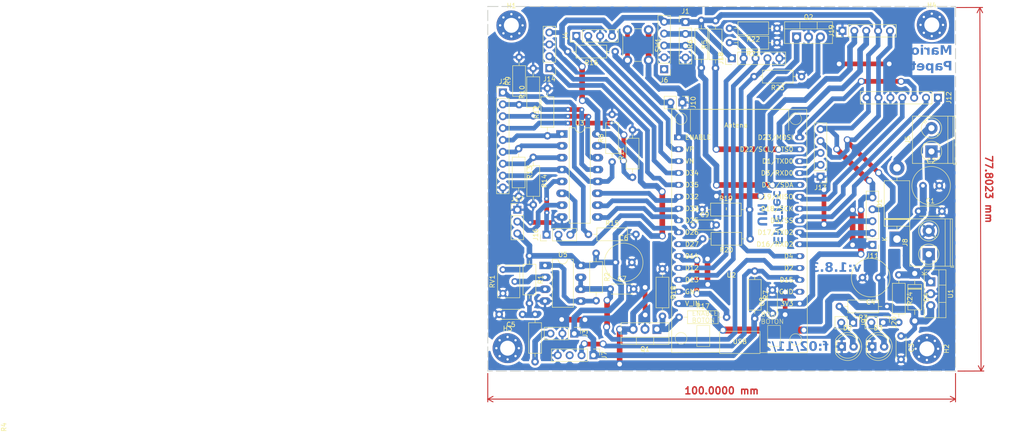
<source format=kicad_pcb>
(kicad_pcb (version 20240108) (generator "pcbnew") (generator_version "8.0")
  (title_block (title "Main Board EME (Estación Meteorológica Estática)") (date "2024-06-17") (rev "1.0") (company "ETec UM (Escuela Técnica de la Universidad de Mendoza).") (comment 1 "Se deja espacio apra agregar disipador al regulador líneal LM7805.") (comment 2 "Se utiliza un ESP32 DOIT DEVKITv1 para dicho proyecto.") (comment 3 "Considerar el layer superior cómo conexión de puentes entre pistas del Bottom.") (comment 4 "Importante considerar pulsador NA con puente interno para el circuito."))
  (layers (0 "F.Cu" signal) (31 "B.Cu" signal) (34 "B.Paste" user) (35 "F.Paste" user) (36 "B.SilkS" user "B.Silkscreen") (37 "F.SilkS" user "F.Silkscreen") (38 "B.Mask" user) (39 "F.Mask" user) (44 "Edge.Cuts" user))
  (net 0 "")
  (net 1 "+BATT")
  (net 2 "GNDREF")
  (net 3 "+5V")
  (net 4 "Net-(U5A-+)")
  (net 5 "+3.3V")
  (net 6 "D_hall")
  (net 7 "Net-(D1-A)")
  (net 8 "Net-(D2-A)")
  (net 9 "SCL")
  (net 10 "Net-(J2-Pin_1)")
  (net 11 "Net-(J2-Pin_2)")
  (net 12 "Net-(J2-Pin_3)")
  (net 13 "Net-(J2-Pin_4)")
  (net 14 "Net-(J2-Pin_5)")
  (net 15 "Net-(J2-Pin_6)")
  (net 16 "Net-(J2-Pin_7)")
  (net 17 "Net-(J2-Pin_8)")
  (net 18 "Net-(J3-Pin_3)")
  (net 19 "ADDR")
  (net 20 "DHT22")
  (net 22 "Net-(J9-Pin_1)")
  (net 23 "GND_G1")
  (net 24 "Rest")
  (net 25 "Net-(D3-A)")
  (net 26 "GND_G2")
  (net 27 "RX2")
  (net 28 "Net-(U5B-+)")
  (net 29 "Net-(U5A--)")
  (net 30 "KY-004_An")
  (net 31 "KY-004_Dg")
  (net 32 "MQ135_An")
  (net 33 "MQ135_Dg")
  (net 34 "SDA")
  (net 35 "TX2")
  (net 36 "SS")
  (net 37 "SCK")
  (net 38 "MOSI")
  (net 39 "MISO")
  (net 40 "RX0")
  (net 41 "TX0")
  (net 42 "Net-(J16-Pin_1)")
  (net 43 "Y")
  (net 44 "Net-(J16-Pin_3)")
  (net 45 "Net-(J17-Pin_2)")
  (net 46 "GPIO13")
  (net 47 "GPIO12")
  (net 48 "GPIO4")
  (net 49 "Net-(J20-Pin_1)")
  (net 50 "Net-(Q1-G)")
  (net 51 "Net-(Q2-G)")
  (net 52 "G1")
  (net 53 "G2")
  (net 54 "S0")
  (net 55 "S1")
  (net 56 "S2")
  (footprint "Connector_PinHeader_2.54mm:PinHeader_1x03_P2.54mm_Vertical" (layer "F.Cu") (at 51.14 90.47 -90)
    (property "Reference" "J3")
    (property "Value" "SS41")
  )
  (footprint "Librerias:ESP32-DevKit_V1" (layer "F.Cu") (at 73.469 48.485)
    (property "Reference" "U2")
    (property "Value" "~")
  )
  (footprint "Connector_PinHeader_2.54mm:PinHeader_1x03_P2.54mm_Vertical" (layer "F.Cu") (at 38.97 63.97)
    (property "Reference" "J17")
    (property "Value" "OE")
  )
  (footprint "Capacitor_THT:C_Disc_D4.3mm_W1.9mm_P5.00mm" (layer "F.Cu") (at 93.495 86.16 90)
    (property "Reference" "C8")
    (property "Value" "104")
  )
  (footprint "Package_DIP:DIP-16_W7.62mm_LongPads" (layer "F.Cu") (at 48.5 47.755)
    (property "Reference" "U3")
    (property "Value" "74HC251")
  )
  (footprint "Connector_PinHeader_2.54mm:PinHeader_1x05_P2.54mm_Vertical" (layer "F.Cu") (at 108.475 25.68 90)
    (property "Reference" "J19")
    (property "Value" "I2C")
  )
  (footprint "Connector_PinHeader_2.54mm:PinHeader_1x09_P2.54mm_Vertical" (layer "F.Cu") (at 35.875 38.885)
    (property "Reference" "J2")
    (property "Value" "ReedSwitchX8")
  )
  (footprint "TerminalBlock_Phoenix:TerminalBlock_Phoenix_PT-1,5-2-5.0-H_1x02_P5.00mm_Horizontal" (layer "F.Cu") (at 127.5 51.5 90)
    (property "Reference" "J5")
    (property "Value" "PanelSolar")
  )
  (footprint "Connector_PinHeader_2.54mm:PinHeader_1x04_P2.54mm_Vertical" (layer "F.Cu") (at 55.235 95.11 -90)
    (property "Reference" "J7")
    (property "Value" "DHT22")
  )
  (footprint "Connector_PinHeader_2.54mm:PinHeader_1x03_P2.54mm_Vertical" (layer "F.Cu") (at 45.22 69.31 90)
    (property "Reference" "J16")
    (property "Value" "OUT")
  )
  (footprint "Resistor_THT:R_Axial_DIN0207_L6.3mm_D2.5mm_P10.16mm_Horizontal" (layer "F.Cu") (at 42.375 52.755 -90)
    (property "Reference" "R14")
    (property "Value" "10k")
  )
  (footprint "Capacitor_THT:C_Disc_D4.3mm_W1.9mm_P5.00mm" (layer "F.Cu") (at 121 91 -90)
    (property "Reference" "C3")
    (property "Value" "104")
  )
  (footprint "Resistor_THT:R_Axial_DIN0207_L6.3mm_D2.5mm_P10.16mm_Horizontal" (layer "F.Cu") (at 54.17 69.235)
    (property "Reference" "R15")
    (property "Value" "10k")
  )
  (footprint "LED_THT:LED_D5.0mm_Clear" (layer "F.Cu") (at 114.84 93.25)
    (property "Reference" "D3")
    (property "Value" "LED")
  )
  (footprint "Connector_PinHeader_2.54mm:PinHeader_1x05_P2.54mm_Vertical" (layer "F.Cu") (at 114.88 71.5 180)
    (property "Reference" "J11")
    (property "Value" "UART2")
  )
  (footprint "Resistor_THT:R_Axial_DIN0207_L6.3mm_D2.5mm_P10.16mm_Horizontal" (layer "F.Cu") (at 69.99 76.61 -90)
    (property "Reference" "R18")
    (property "Value" "4k7")
  )
  (footprint "Connector_PinHeader_2.54mm:PinHeader_1x05_P2.54mm_Vertical" (layer "F.Cu") (at 103.79 56.89 180)
    (property "Reference" "J13")
    (property "Value" "UART0")
  )
  (footprint "Connector_PinHeader_2.54mm:PinHeader_1x04_P2.54mm_Vertical" (layer "F.Cu") (at 51.59 26.77 90)
    (property "Reference" "J4")
    (property "Value" "Hoja Mojada")
  )
  (footprint "Diode_THT:D_DO-41_SOD81_P10.16mm_Horizontal" (layer "F.Cu") (at 123.92 77.61 -90)
    (property "Reference" "D4")
    (property "Value" "1N4007")
  )
  (footprint "Connector_PinHeader_2.54mm:PinHeader_1x04_P2.54mm_Vertical" (layer "F.Cu") (at 74.91 23.805)
    (property "Reference" "J1")
    (property "Value" "BMP180")
  )
  (footprint "Connector_PinHeader_2.54mm:PinHeader_1x05_P2.54mm_Vertical" (layer "F.Cu") (at 84.82 31.56 90)
    (property "Reference" "J18")
    (property "Value" "GPIO's")
  )
  (footprint "MountingHole:MountingHole_3.2mm_M3_Pad_Via" (layer "F.Cu") (at 127.567056 24.412944)
    (property "Reference" "H4")
    (property "Value" "Sujeción")
  )
  (footprint "Resistor_THT:R_Axial_DIN0207_L6.3mm_D2.5mm_P10.16mm_Horizontal" (layer "F.Cu") (at 78.3 33.6 90)
    (property "Reference" "R6")
    (property "Value" "10k")
  )
  (footprint "Capacitor_THT:C_Radial_D8.0mm_H11.5mm_P3.50mm" (layer "F.Cu") (at 59.96 75.24)
    (property "Reference" "C6")
    (property "Value" "220uF")
  )
  (footprint "Resistor_THT:R_Axial_DIN0207_L6.3mm_D2.5mm_P10.16mm_Horizontal" (layer "F.Cu") (at 89.72 77.105 -90)
    (property "Reference" "R7")
    (property "Value" "5k1")
  )
  (footprint "Resistor_THT:R_Axial_DIN0207_L6.3mm_D2.5mm_P10.16mm_Horizontal" (layer "F.Cu") (at 94.49 25.14 180)
    (property "Reference" "R22")
    (property "Value" "4k7")
  )
  (footprint "Capacitor_THT:C_Radial_D8.0mm_H11.5mm_P3.50mm" (layer "F.Cu") (at 125.68 58.83)
    (property "Reference" "C2")
    (property "Value" "220uF")
  )
  (footprint "MountingHole:MountingHole_3.2mm_M3_Pad_Via" (layer "F.Cu") (at 126.52 93.735 -90)
    (property "Reference" "H2")
    (property "Value" "Sujeción")
  )
  (footprint "Resistor_THT:R_Axial_DIN0207_L6.3mm_D2.5mm_P10.16mm_Horizontal" (layer "F.Cu") (at 117.97 84.67 180)
    (property "Reference" "R3")
    (property "Value" "1k")
  )
  (footprint "Package_TO_SOT_THT:TO-220-3_Vertical" (layer "F.Cu") (at 127.32 79.41 -90)
    (property "Reference" "U1")
    (property "Value" "LM78M05_TO220")
  )
  (footprint "Resistor_THT:R_Axial_DIN0207_L6.3mm_D2.5mm_P10.16mm_Horizontal" (layer "F.Cu") (at 39.35 41.49 90)
    (property "Reference" "R9")
    (property "Value" "10k")
  )
  (footprint "Package_TO_SOT_THT:TO-220-3_Vertical" (layer "F.Cu") (at 98.68 27.02)
    (property "Reference" "Q2")
    (property "Value" "IRF540N")
  )
  (footprint "Resistor_THT:R_Axial_DIN0207_L6.3mm_D2.5mm_P10.16mm_Horizontal" (layer "F.Cu") (at 45.4 48.15 90)
    (property "Reference" "R12")
    (property "Value" "10k")
  )
  (footprint "Capacitor_THT:C_Disc_D4.3mm_W1.9mm_P5.00mm" (layer "F.Cu") (at 124.74 64.29)
    (property "Reference" "C1")
    (property "Value" "104")
  )
  (footprint "Resistor_THT:R_Axial_DIN0207_L6.3mm_D2.5mm_P10.16mm_Horizontal" (layer "F.Cu") (at 88.74 70.2 180)
    (property "Reference" "R20")
    (property "Value" "1k")
  )
  (footprint "Diode_THT:D_DO-201AD_P15.24mm_Horizontal" (layer "F.Cu") (at 120.12 70.25 90)
    (property "Reference" "D1")
    (property "Value" "1N5400")
  )
  (footprint "Resistor_THT:R_Axial_DIN0207_L6.3mm_D2.5mm_P10.16mm_Horizontal" (layer "F.Cu") (at 59.89 30.12 180)
    (property "Reference" "R16")
    (property "Value" "10k")
  )
  (footprint "Resistor_THT:R_Axial_DIN0207_L6.3mm_D2.5mm_P10.16mm_Horizontal" (layer "F.Cu") (at 120.52 77.91 -90)
    (property "Reference" "R24")
    (property "Value" "1k")
  )
  (footprint "Resistor_THT:R_Axial_DIN0207_L6.3mm_D2.5mm_P10.16mm_Horizontal" (layer "F.Cu") (at 59.23 53.74 90)
    (property "Reference" "R8")
    (property "Value" "10k")
  )
  (footprint "TerminalBlock_Phoenix:TerminalBlock_Phoenix_PT-1,5-2-5.0-H_1x02_P5.00mm_Horizontal" (layer "F.Cu") (at 126.92 73.49 90)
    (property "Reference" "J8")
    (property "Value" "Baterias")
  )
  (footprint "Capacitor_THT:C_Disc_D4.3mm_W1.9mm_P5.00mm" (layer "F.Cu") (at 40.09 86.36 180)
    (property "Reference" "C5")
    (property "Value" "104")
  )
  (footprint "Resistor_THT:R_Axial_DIN0207_L6.3mm_D2.5mm_P10.16mm_Horizontal" (layer "F.Cu") (at 63.59 57.03 90)
    (property "Reference" "R11")
    (property "Value" "10k")
  )
  (footprint "Resistor_THT:R_Axial_DIN0207_L6.3mm_D2.5mm_P10.16mm_Horizontal" (layer "F.Cu") (at 42.36 43.88 90)
    (property "Reference" "R10")
    (property "Value" "10k")
  )
  (footprint "MountingHole:MountingHole_3.2mm_M3_Pad_Via" (layer "F.Cu") (at 37.695 24.51)
    (property "Reference" "H1")
    (property "Value" "Sujeción")
  )
  (footprint "Resistor_THT:R_Axial_DIN0207_L6.3mm_D2.5mm_P10.16mm_Horizontal" (layer "F.Cu") (at 39.25 50.91 -90)
    (property "Reference" "R13")
    (property "Value" "10k")
  )
  (footprint "Button_Switch_THT:SW_PUSH_6mm_H8mm" (layer "F.Cu") (at 67.02 25.48 -90)
    (property "Reference" "SW1")
    (property "Value" "Enable")
  )
  (footprint "Capacitor_THT:C_Disc_D4.3mm_W1.9mm_P5.00mm" (layer "F.Cu") (at 58.83 80.95)
    (property "Reference" "C7")
    (property "Value" "104")
  )
  (footprint "Capacitor_THT:C_Radial_D8.0mm_H11.5mm_P3.50mm" (layer "F.Cu") (at 116.25 78.5 180)
    (property "Reference" "C4")
    (property "Value" "220uF")
  )
  (footprint "Package_DIP:DIP-8_W7.62mm_LongPads" (layer "F.Cu") (at 44.89 75.9)
    (property "Reference" "U5")
    (property "Value" "TL082")
  )
  (footprint "Package_TO_SOT_THT:TO-220-3_Vertical" (layer "F.Cu") (at 68.806 89.535 180)
    (property "Reference" "Q1")
    (property "Value" "IRF540N")
  )
  (footprint "Resistor_THT:R_Axial_DIN0207_L6.3mm_D2.5mm_P10.16mm_Horizontal" (layer "F.Cu") (at 41.56 73.84 -90)
    (property "Reference" "R1")
    (property "Value" "1k")
  )
  (footprint "Connector_PinHeader_2.54mm:PinHeader_1x05_P2.54mm_Vertical" (layer "F.Cu") (at 70.36 33.9 180)
    (property "Reference" "J6")
    (property "Value" "BH1750")
  )
  (footprint "Potentiometer_THT:Potentiometer_Bourns_3266W_Vertical" (layer "F.Cu") (at 35.89 76.79 90)
    (property "Reference" "RV1")
    (property "Value" "100k")
  )
  (footprint "Connector_PinHeader_2.54mm:PinHeader_1x02_P2.54mm_Vertical" (layer "F.Cu") (at 110.75 88.16 -90)
    (property "Reference" "J9")
    (property "Value" "Jumper")
  )
  (footprint "Connector_PinHeader_2.54mm:PinHeader_1x02_P2.54mm_Vertical" (layer "F.Cu") (at 117.18 88.11 -90)
    (property "Reference" "J20")
    (property "Value" "Jumper")
  )
  (footprint "Capacitor_THT:C_Disc_D4.3mm_W1.9mm_P5.00mm" (layer "F.Cu") (at 76.5 67.23)
    (property "Reference" "C9")
    (property "Value" "104")
  )
  (footprint "Resistor_THT:R_Axial_DIN0207_L6.3mm_D2.5mm_P10.16mm_Horizontal" (layer "F.Cu") (at 99.73 35.48 180)
    (property "Reference" "R23")
    (property "Value" "4k7")
  )
  (footprint "Resistor_THT:R_Axial_DIN0207_L6.3mm_D2.5mm_P10.16mm_Horizontal" (layer "F.Cu") (at 73.546 86.975)
    (property "Reference" "R17")
    (property "Value" "1k")
  )
  (footprint "LED_THT:LED_D5.0mm_Clear" (layer "F.Cu") (at 108.31 93.25)
    (property "Reference" "D2")
    (property "Value" "LED")
  )
  (footprint "Connector_PinHeader_2.54mm:PinHeader_1x02_P2.54mm_Vertical" (layer "F.Cu") (at 74.24 41.02 -90)
    (property "Reference" "J10")
    (property "Value" "Reset")
  )
  (footprint "Resistor_THT:R_Axial_DIN0207_L6.3mm_D2.5mm_P10.16mm_Horizontal" (layer "F.Cu") (at 42.76 86.34 -90)
    (property "Reference" "R4")
    (property "Value" "100")
  )
  (footprint "Resistor_THT:R_Axial_DIN0207_L6.3mm_D2.5mm_P10.16mm_Horizontal" (layer "F.Cu") (at 78.47 63.94)
    (property "Reference" "R19")
    (property "Value" "4k7")
  )
  (footprint "Resistor_THT:R_Axial_DIN0207_L6.3mm_D2.5mm_P10.16mm_Horizontal" (layer "F.Cu") (at 55.81 73.285 -90)
    (property "Reference" "R2")
    (property "Value" "10k")
  )
  (footprint "Resistor_THT:R_Axial_DIN0207_L6.3mm_D2.5mm_P10.16mm_Horizontal" (layer "F.Cu") (at 94.49 28.215 180)
    (property "Reference" "R21")
    (property "Value" "4k7")
  )
  (footprint "MountingHole:MountingHole_3.2mm_M3_Pad_Via" (layer "F.Cu") (at 36.89 93.6)
    (property "Reference" "H3")
    (property "Value" "Sujeción")
  )
  (footprint "Connector_PinHeader_2.54mm:PinHeader_1x07_P2.54mm_Vertical" (layer "F.Cu") (at 128.88 40 -90)
    (property "Reference" "J12")
    (property "Value" "SPI_CONN")
  )
  (footprint "Connector_PinHeader_2.54mm:PinHeader_1x04_P2.54mm_Vertical" (layer "F.Cu") (at 45.82 33.67 180)
    (property "Reference" "J14")
    (property "Value" "MQ135")
  )
  (footprint "Resistor_THT:R_Axial_DIN0207_L6.3mm_D2.5mm_P10.16mm_Horizontal" (layer "F.Cu") (at 81.34 33.67 90)
    (property "Reference" "R5")
    (property "Value" "10k")
  )
  (gr_rect (start 32.645538 20.472786) (end 132.645538 98.502786) (stroke (width 0.2) (type dash)) (fill none) (layer "Edge.Cuts"))
  (gr_text "Mario \nPapetti\n" (at 132 34.5 0) (layer "B.Cu") (effects (font (size 2 2) (thickness 0.2) (bold yes)) (justify left bottom mirror)))
  (gr_text "EMETec \n    UM\n" (at 90 71.5 -90) (layer "B.Cu") (effects (font (size 2 2) (thickness 0.2) (bold yes)) (justify left bottom mirror)))
  (gr_text "f:02/11/24" (at 105.5 94.5 0) (layer "B.Cu") (effects (font (size 2 2) (thickness 0.2) (bold yes)) (justify left bottom mirror)))
  (gr_text "v:1.8.3" (at 112.535948 77.597769 0) (layer "B.Cu") (effects (font (size 2 2) (thickness 0.2) (bold yes)) (justify left bottom mirror)))
  (dimension (type aligned) (layer "F.Cu") (pts (xy 132.645538 98.502786) (xy 132.378315 20.700967)) (height 5.460091) (gr_text "77,8023 mm" (at 139.771974 59.576941 -89.80320837) (layer "F.Cu") (effects (font (size 1.5 1.5) (thickness 0.3)))) (format (prefix "") (suffix "") (units 3) (units_format 1) (precision 4)) (style (thickness 0.2) (arrow_length 1.27) (text_position_mode 0) (extension_height 0.58642) (extension_offset 0.5) keep_text_aligned))
  (dimension (type aligned) (layer "F.Cu") (pts (xy 132.645538 98.502786) (xy 32.645538 98.502786)) (height -5.997214) (gr_text "100,0000 mm" (at 82.645538 102.7 0) (layer "F.Cu") (effects (font (size 1.5 1.5) (thickness 0.3)))) (format (prefix "") (suffix "") (units 3) (units_format 1) (precision 4)) (style (thickness 0.2) (arrow_length 1.27) (text_position_mode 0) (extension_height 0.58642) (extension_offset 0.5) keep_text_aligned))
  (segment (start 125.52 77.61) (end 127.32 79.41) (width 1.5) (layer "B.Cu") (net 1))
  (segment (start 122.12 73.79) (end 122.12 75.81) (width 1.5) (layer "B.Cu") (net 1))
  (segment (start 125.745 63.965) (end 125.62 64.09) (width 1.5) (layer "B.Cu") (net 1))
  (segment (start 125.62 64.09) (end 125.62 64.75) (width 1.5) (layer "B.Cu") (net 1))
  (segment (start 125.68 58.83) (end 125.745 58.895) (width 1.5) (layer "B.Cu") (net 1))
  (segment (start 126.92 76.21) (end 125.52 77.61) (width 1.5) (layer "B.Cu") (net 1))
  (segment (start 120.52 77.91) (end 123.62 77.91) (width 1.5) (layer "B.Cu") (net 1))
  (segment (start 126.92 73.49) (end 126.92 76.21) (width 1.5) (layer "B.Cu") (net 1))
  (segment (start 125.62 64.75) (end 120.12 70.25) (width 1.5) (layer "B.Cu") (net 1))
  (segment (start 122.12 73.79) (end 122.12 68.25) (width 1.5) (layer "B.Cu") (net 1))
  (segment (start 122.12 68.25) (end 125.62 64.75) (width 1.5) (layer "B.Cu") (net 1))
  (segment (start 125.745 58.895) (end 125.745 63.965) (width 1.5) (layer "B.Cu") (net 1))
  (segment (start 123.92 77.61) (end 125.52 77.61) (width 1.5) (layer "B.Cu") (net 1))
  (segment (start 123.62 77.91) (end 123.92 77.61) (width 1.5) (layer "B.Cu") (net 1))
  (segment (start 122.12 75.81) (end 123.92 77.61) (width 1.5) (layer "B.Cu") (net 1))
  (segment (start 91 61.05) (end 81.54 61.05) (width 1.2) (layer "F.Cu") (net 2))
  (segment (start 96.22 81.62) (end 96.26 81.58) (width 1) (layer "F.Cu") (net 2))
  (segment (start 60.915 96.935) (end 60.84 97.01) (width 1.2) (layer "F.Cu") (net 2))
  (segment (start 67.02 31.98) (end 67.02 25.48) (width 1.2) (layer "F.Cu") (net 2))
  (segment (start 79.62 79.9) (end 79.67 79.95) (width 1.2) (layer "F.Cu") (net 2))
  (segment (start 96.22 86.42) (end 96.22 81.62) (width 1) (layer "F.Cu") (net 2))
  (segment (start 60.84 97.01) (end 60.84 89.57) (width 1.2) (layer "F.Cu") (net 2))
  (segment (start 60.84 89.57) (end 60.86 89.55) (width 1.2) (layer "F.Cu") (net 2))
  (segment (start 79.62 74.5) (end 79.62 79.9) (width 1.2) (layer "F.Cu") (net 2))
  (via (at 60.84 97.01) (size 1.5) (drill 1) (layers "F.Cu" "B.Cu") (net 2))
  (via (at 91 61.05) (size 1.5) (drill 1) (layers "F.Cu" "B.Cu") (net 2))
  (via (at 79.62 74.5) (size 1.5) (drill 1) (layers "F.Cu" "B.Cu") (net 2))
  (via (at 96.22 86.42) (size 1.5) (drill 1) (layers "F.Cu" "B.Cu") (net 2))
  (via (at 96.26 81.58) (size 1.5) (drill 1) (layers "F.Cu" "B.Cu") (net 2))
  (via (at 79.67 79.95) (size 1.5) (drill 1) (layers "F.Cu" "B.Cu") (net 2))
  (via (at 60.86 89.55) (size 1.5) (drill 1) (layers "F.Cu" "B.Cu") (net 2))
  (via (at 81.54 61.05) (size 1.5) (drill 1) (layers "F.Cu" "B.Cu") (net 2))
  (segment (start 103.23 34.75) (end 100.48 37.5) (width 1) (layer "B.Cu") (net 2))
  (segment (start 69.28 38) (end 73.37 38) (width 1.2) (layer "B.Cu") (net 2))
  (segment (start 68.34 81.48) (end 68.365 81.505) (width 1.2) (layer "B.Cu") (net 2))
  (segment (start 63.726 89.535) (end 63.726 86.094) (width 1.2) (layer "B.Cu") (net 2))
  (segment (start 91.19 42.81) (end 90.62 42.81) (width 1) (layer "B.Cu") (net 2))
  (segment (start 63.726 86.094) (end 68.34 81.48) (width 1.2) (layer "B.Cu") (net 2))
  (segment (start 103.23 27.55) (end 103.23 34.75) (width 1) (layer "B.Cu") (net 2))
  (segment (start 60.875 89.535) (end 60.86 89.55) (width 1.2) (layer "B.Cu") (net 2))
  (segment (start 96.5 37.5) (end 91.19 42.81) (width 1) (layer "B.Cu") (net 2))
  (segment (start 68.365 81.505) (end 73.469 81.505) (width 1.2) (layer "B.Cu") (net 2))
  (segment (start 63.726 89.535) (end 60.875 89.535) (width 1.2) (layer "B.Cu") (net 2))
  (segment (start 67.02 31.98) (end 67.02 35.74) (width 1.2) (layer "B.Cu") (net 2))
  (segment (start 73.37 38) (end 74.24 38.87) (width 1.2) (layer "B.Cu") (net 2))
  (segment (start 103.76 27.02) (end 103.23 27.55) (width 1) (layer "B.Cu") (net 2))
  (segment (start 74.24 38.87) (end 74.24 41.02) (width 1.2) (layer "B.Cu") (net 2))
  (segment (start 67.02 35.74) (end 69.28 38) (width 1.2) (layer "B.Cu") (net 2))
  (segment (start 100.48 37.5) (end 96.5 37.5) (width 1) (layer "B.Cu") (net 2))
  (segment (start 100.231 89.725) (end 82.931 89.725) (width 1.5) (layer "F.Cu") (net 3))
  (segment (start 109.5 49.38) (end 116.2 56.08) (width 1) (layer "F.Cu") (net 3))
  (segment (start 109.5 49) (end 109.5 49.38) (width 1) (layer "F.Cu") (net 3))
  (via (at 82.931 89.725) (size 1.5) (drill 1) (layers "F.Cu" "B.Cu") (net 3))
  (via (at 100.231 89.725) (size 1.5) (drill 1) (layers "F.Cu" "B.Cu") (net 3))
  (via (at 116.2 56.08) (size 1.5) (drill 1) (layers "F.Cu" "B.Cu") (net 3))
  (via (at 109.5 49) (size 1.5) (drill 1) (layers "F.Cu" "B.Cu") (net 3))
  (segment (start 116.72 63.88) (end 117.12 64.28) (width 1.2) (layer "B.Cu") (net 3))
  (segment (start 109.5 51.19) (end 107.93 52.76) (width 1) (layer "B.Cu") (net 3))
  (segment (start 73.469 84.045) (end 79.201 84.045) (width 1.5) (layer "B.Cu") (net 3))
  (segment (start 122.355 91) (end 123.92 89.435) (width 1) (layer "B.Cu") (net 3))
  (segment (start 100.231 89.725) (end 104.485 89.725) (width 1.5) (layer "B.Cu") (net 3))
  (segment (start 105.52 83.59) (end 106.4 82.71) (width 1.5) (layer "B.Cu") (net 3))
  (segment (start 119.22 59.2) (end 116.2 56.18) (width 1.2) (layer "B.Cu") (net 3))
  (segment (start 100.206 89.75) (end 100.231 89.725) (width 1.5) (layer "B.Cu") (net 3))
  (segment (start 111.69 84.71) (end 116.845 84.71) (width 1.5) (layer "B.Cu") (net 3))
  (segment (start 123.92 85.89) (end 123.92 87.77) (width 1.5) (layer "B.Cu") (net 3))
  (segment (start 119.22 62.18) (end 119.22 59.2) (width 1.2) (layer "B.Cu") (net 3))
  (segment (start 107.93 52.76) (end 106.21 52.76) (width 1) (layer "B.Cu") (net 3))
  (segment (start 116.1 56.08) (end 116.1 56.08) (width 1.2) (layer "B.Cu") (net 3))
  (segment (start 109.5 49) (end 111.11 49) (width 1) (layer "B.Cu") (net 3))
  (segment (start 116.18 31.54) (end 118.635 29.085) (width 1) (layer "B.Cu") (net 3))
  (segment (start 82.906 89.75) (end 82.931 89.725) (width 1.5) (layer "B.Cu") (net 3))
  (segment (start 116.2 56.08) (end 116.1 56.08) (width 1.2) (layer "B.Cu") (net 3))
  (segment (start 109.69 82.71) (end 111.69 84.71) (width 1.5) (layer "B.Cu") (net 3))
  (segment (start 104.485 89.725) (end 105.52 88.69) (width 1.5) (layer "B.Cu") (net 3))
  (segment (start 117.12 64.28) (end 119.22 62.18) (width 1.2) (layer "B.Cu") (net 3))
  (segment (start 116.845 79.095) (end 116.845 84.71) (width 1.5) (layer "B.Cu") (net 3))
  (segment (start 82.856 89.75) (end 82.906 89.75) (width 1.5) (layer "B.Cu") (net 3))
  (segment (start 116.18 43.93) (end 116.18 31.54) (width 1) (layer "B.Cu") (net 3))
  (segment (start 111.11 49) (end 116.18 43.93) (width 1) (layer "B.Cu") (net 3))
  (segment (start 121 91) (end 122.355 91) (width 1) (layer "B.Cu") (net 3))
  (segment (start 119.445 85.29) (end 118.865 84.71) (width 1.5) (layer "B.Cu") (net 3))
  (segment (start 82.931 89.725) (end 82.956 89.75) (width 1.5) (layer "B.Cu") (net 3))
  (segment (start 117.12 77.63) (end 117.12 64.28) (width 1.2) (layer "B.Cu") (net 3))
  (segment (start 116.25 78.5) (end 116.845 79.095) (width 1.5) (layer "B.Cu") (net 3))
  (segment (start 105.52 88.69) (end 105.52 83.59) (width 1.5) (layer "B.Cu") (net 3))
  (segment (start 109.5 49) (end 109.5 51.19) (width 1) (layer "B.Cu") (net 3))
  (segment (start 106.21 52.76) (end 105.72 52.27) (width 1) (layer "B.Cu") (net 3))
  (segment (start 127.32 86.75) (end 126.3 87.77) (width 1.5) (layer "B.Cu") (net 3))
  (segment (start 105.72 51.2) (end 103.79 49.27) (width 1) (layer "B.Cu") (net 3))
  (segment (start 123.92 87.77) (end 126.3 87.77) (width 1.5) (layer "B.Cu") (net 3))
  (segment (start 116.25 78.5) (end 117.12 77.63) (width 1.2) (layer "B.Cu") (net 3))
  (segment (start 81.381 86.225) (end 81.381 88.275) (width 1.5) (layer "B.Cu") (net 3))
  (segment (start 119.445 85.29) (end 123.32 85.29) (width 1.5) (layer "B.Cu") (net 3))
  (segment (start 114.88 63.88) (end 116.72 63.88) (width 1.2) (layer "B.Cu") (net 3))
  (segment (start 81.381 88.275) (end 82.856 89.75) (width 1.5) (layer "B.Cu") (net 3))
  (segment (start 105.72 52.27) (end 105.72 51.2) (width 1) (layer "B.Cu") (net 3))
  (segment (start 118.635 29.085) (end 118.635 25.68) (width 1) (layer "B.Cu") (net 3))
  (segment (start 127.32 84.49) (end 127.32 86.75) (width 1.5) (layer "B.Cu") (net 3))
  (segment (start 123.92 89.435) (end 123.92 87.77) (width 1) (layer "B.Cu") (net 3))
  (segment (start 116.2 56.18) (end 116.2 56.08) (width 1.2) (layer "B.Cu") (net 3))
  (segment (start 123.32 85.29) (end 123.92 85.89) (width 1.5) (layer "B.Cu") (net 3))
  (segment (start 79.201 84.045) (end 81.381 86.225) (width 1.5) (layer "B.Cu") (net 3))
  (segment (start 106.4 82.71) (end 109.69 82.71) (width 1.5) (layer "B.Cu") (net 3))
  (segment (start 118.865 84.71) (end 116.845 84.71) (width 1.5) (layer "B.Cu") (net 3))
  (segment (start 41.89 86.52) (end 43.23 86.52) (width 1.2) (layer "B.Cu") (net 4))
  (segment (start 44.89 80.98) (end 42.8 80.98) (width 1) (layer "B.Cu") (net 4))
  (segment (start 43.23 86.52) (end 43.545 86.205) (width 1.2) (layer "B.Cu") (net 4))
  (segment (start 41.56 82.22) (end 41.56 84) (width 1) (layer "B.Cu") (net 4))
  (segment (start 41.56 86.19) (end 41.89 86.52) (width 1) (layer "B.Cu") (net 4))
  (segment (start 41.56 84) (end 41.56 86.19) (width 1) (layer "B.Cu") (net 4))
  (segment (start 42.8 80.98) (end 41.56 82.22) (width 1) (layer "B.Cu") (net 4))
  (segment (start 40.78 86.52) (end 41.89 86.52) (width 1.2) (layer "B.Cu") (net 4))
  (segment (start 112.41 73.48) (end 112.41 64.01) (width 1.2) (layer "F.Cu") (net 5))
  (segment (start 114.04 57.76) (end 114.23 57.76) (width 1.2) (layer "F.Cu") (net 5))
  (segment (start 52.82 33.33) (end 52.82 40.53) (width 1.2) (layer "F.Cu") (net 5))
  (segment (start 112.41 64.01) (end 112.43 63.99) (width 1.2) (layer "F.Cu") (net 5))
  (segment (start 52.82 40.53) (end 52.89 40.6) (width 1.2) (layer "F.Cu") (net 5))
  (segment (start 69.96 60.13) (end 69.92 60.09) (width 1.2) (layer "F.Cu") (net 5))
  (segment (start 107.26 50.98) (end 114.04 57.76) (width 1.2) (layer "F.Cu") (net 5))
  (segment (start 69.96 69.58) (end 69.96 60.13) (width 1.2) (layer "F.Cu") (net 5))
  (via (at 52.82 33.33) (size 1.5) (drill 1) (layers "F.Cu" "B.Cu") (net 5))
  (via (at 114.23 57.76) (size 1.5) (drill 1) (layers "F.Cu" "B.Cu") (net 5))
  (via (at 69.96 69.58) (size 1.5) (drill 1) (layers "F.Cu" "B.Cu") (net 5))
  (via (at 69.92 60.09) (size 1.5) (drill 1) (layers "F.Cu" "B.Cu") (net 5))
  (via (at 112.43 63.99) (size 1.5) (drill 1) (layers "F.Cu" "B.Cu") (net 5))
  (via (at 52.89 40.6) (size 1.5) (drill 1) (layers "F.Cu" "B.Cu") (net 5))
  (via (at 107.26 50.98) (size 1.5) (drill 1) (layers "F.Cu" "B.Cu") (net 5))
  (via (at 112.41 73.48) (size 1.5) (drill 1) (layers "F.Cu" "B.Cu") (net 5))
  (segment (start 105.73 46.73) (end 103.79 46.73) (width 1) (layer "B.Cu") (net 5))
  (segment (start 58.845 47.755) (end 56.12 47.755) (width 1.2) (layer "B.Cu") (net 5))
  (segment (start 112.55 73.48) (end 112.58 73.45) (width 1.2) (layer "B.Cu") (net 5))
  (segment (start 74.91 23.805) (end 77.935 23.805) (width 1.2) (layer "B.Cu") (net 5))
  (segment (start 78.3 25.04) (end 78.3 23.44) (width 1.2) (layer "B.Cu") (net 5))
  (segment (start 107.25 50.99) (end 107.25 51.12) (width 1) (layer "B.Cu") (net 5))
  (segment (start 114.88 58.41) (end 114.23 57.76) (width 1.2) (layer "B.Cu") (net 5))
  (segment (start 107.26 50.98) (end 107.26 48.26) (width 1) (layer "B.Cu") (net 5))
  (segment (start 85.12 95.11) (end 55.235 95.11) (width 1.2) (layer "B.Cu") (net 5))
  (segment (start 69.98 69.6) (end 70.01 69.6) (width 1.2) (layer "B.Cu") (net 5))
  (segment (start 82.56 22.29) (end 114.57 22.29) (width 1.2) (layer "B.Cu") (net 5))
  (segment (start 116.095 28.815) (end 116.095 25.68) (width 1) (layer "B.Cu") (net 5))
  (segment (start 61.16 80.09) (end 59.96 78.89) (width 1.2) (layer "B.Cu") (net 5))
  (segment (start 114.88 61.34) (end 114.88 58.41) (width 1.2) (layer "B.Cu") (net 5))
  (segment (start 81.34 23.51) (end 82.56 22.29) (width 1.2) (layer "B.Cu") (net 5))
  (segment (start 67.64 69.6) (end 69.94 69.6) (width 1.2) (layer "B.Cu") (net 5))
  (segment (start 112.41 73.48) (end 112.55 73.48) (width 1.2) (layer "B.Cu") (net 5))
  (segment (start 45.82 26.05) (end 48.35 26.05) (width 1) (layer "B.Cu") (net 5))
  (segment (start 52.51 75.9) (end 55.23 75.9) (width 1.2) (layer "B.Cu") (net 5))
  (segment (start 99.331 84.065) (end 92.29 84.065) (width 1.2) (layer "B.Cu") (net 5))
  (segment (start 48.53 28.92) (end 49.73 30.12) (width 1.2) (layer "B.Cu") (net 5))
  (segment (start 84.82 31.56) (end 78.3 25.04) (width 1.2) (layer "B.Cu") (net 5))
  (segment (start 56.12 42.93) (end 53.76 40.57) (width 1.2) (layer "B.Cu") (net 5))
  (segment (start 116.095 23.815) (end 116.095 25.68) (width 1.2) (layer "B.Cu") (net 5))
  (segment (start 114.88 61.34) (end 113.17 61.34) (width 1.2) (layer "B.Cu") (net 5))
  (segment (start 65.03 66.99) (end 67.64 69.6) (width 1.2) (layer "B.Cu") (net 5))
  (segment (start 41.56 75.87) (end 41.56 73.84) (width 1.2) (layer "B.Cu") (net 5))
  (segment (start 53.76 40.57) (end 52.92 40.57) (width 1.2) (layer "B.Cu") (net 5))
  (segment (start 89.595 86.76) (end 89.595 90.635) (width 1.2) (layer "B.Cu") (net 5))
  (segment (start 104.02 46.5) (end 110.5 46.5) (width 1) (layer "B.Cu") (net 5))
  (segment (start 52.86 40.57) (end 52.81 40.57) (width 1.2) (layer "B.Cu") (net 5))
  (segment (start 69.92 60.09) (end 68.69 58.86) (width 1.2) (layer "B.Cu") (net 5))
  (segment (start 81.27 23.44) (end 81.34 23.51) (width 1.2) (layer "B.Cu") (net 5))
  (segment (start 41.56 73.84) (end 50.45 73.84) (width 1.2) (layer "B.Cu") (net 5))
  (segment (start 103.79 46.73) (end 104.02 46.5) (width 1) (layer "B.Cu") (net 5))
  (segment (start 61.6 22.89) (end 59.21 25.28) (width 1.2) (layer "B.Cu") (net 5))
  (segment (start 41.56 71.64) (end 38.97 69.05) (width 1.2) (layer "B.Cu") (net 5))
  (segment (start 48.53 24.45) (end 48.53 26.23) (width 1.2) (layer "B.Cu") (net 5))
  (segment (start 93.495 86.16) (end 92.29 84.955) (width 1.2) (layer "B.Cu") (net 5))
  (segment (start 55.81 75.32) (end 55.89 75.24) (width 1.2) (layer "B.Cu") (net 5))
  (segment (start 59.21 25.28) (end 59.21 26.77) (width 1.2) (layer "B.Cu") (net 5))
  (segment (start 112.43 62.08) (end 112.43 63.99) (width 1.2) (layer "B.Cu") (net 5))
  (segment (start 54.045 90.47) (end 51.14 90.47) (width 1.2) (layer "B.Cu") (net 5))
  (segment (start 107.26 48.26) (end 105.73 46.73) (width 1) (layer "B.Cu") (net 5))
  (segment (start 56.12 47.755) (end 56.12 42.93) (width 1.2) (layer "B.Cu") (net 5))
  (segment (start 69.96 69.58) (end 69.98 69.6) (width 1.2) (layer "B.Cu") (net 5))
  (segment (start 59.96 75.24) (end 59.96 69.21) (width 1.2) (layer "B.Cu") (net 5))
  (segment (start 65.33 57.95) (end 65.33 54.24) (width 1.2) (layer "B.Cu") (net 5))
  (segment (start 57.37 23.44) (end 57.37 23.47) (width 1.2) (layer "B.Cu") (net 5))
  (segment (start 41.56 73.84) (end 41.56 71.64) (width 1.2) (layer "B.Cu") (net 5))
  (segment (start 35.89 76.79) (end 40.68 76.79) (width 1.2) (layer "B.Cu") (net 5))
  (segment (start 49.73 30.12) (end 49.73 30.24) (width 1.2) (layer "B.Cu") (net 5))
  (segment (start 55.23 75.9) (end 55.81 75.32) (width 1.2) (layer "B.Cu") (net 5))
  (segment (start 51.14 87.02) (end 52.64 85.52) (width 1.2) (layer "B.Cu") (net 5))
  (segment (start 78.3 23.44) (end 81.27 23.44) (width 1.2) (layer "B.Cu") (net 5))
  (segment (start 52.89 40.6) (end 52.86 40.57) (width 1.2) (layer "B.Cu") (net 5))
  (segment (start 110.5 46.5) (end 114.03 42.97) (width 1) (layer "B.Cu") (net 5))
  (segment (start 48.53 26.23) (end 48.53 28.92) (width 1.2) (layer "B.Cu") (net 5))
  (segment (start 69.51 22.89) (end 61.6 22.89) (width 1.2) (layer "B.Cu") (net 5))
  (segment (start 62.18 66.99) (end 65.03 66.99) (width 1.2) (layer "B.Cu") (net 5))
  (segment (start 74.845 23.74) (end 74.91 23.805) (width 1.2) (layer "B.Cu") (net 5))
  (segment (start 107.26 50.98) (end 107.25 50.99) (width 1) (layer "B.Cu") (net 5))
  (segment (start 70.36 23.74) (end 69.51 22.89) (width 1.2) (layer "B.Cu") (net 5))
  (segment (start 89.595 90.635) (end 85.12 95.11) (width 1.2) (layer "B.Cu") (net 5))
  (segment (start 77.935 23.805) (end 78.3 23.44) (width 1.2) (layer "B.Cu") (net 5))
  (segment (start 50.45 73.84) (end 52.51 75.9) (width 1.2) (layer "B.Cu") (net 5))
  (segment (start 55.89 75.24) (end 59.96 75.24) (width 1.2) (layer "B.Cu") (net 5))
  (segment (start 114.03 30.88) (end 116.095 28.815) (width 1) (layer "B.Cu") (net 5))
  (segment (start 102.04 82.23) (end 102.04 75.03) (width 1.2) (layer "B.Cu") (net 5))
  (segment (start 103.59 73.48) (end 112.41 73.48) (width 1.2) (layer "B.Cu") (net 5))
  (segment (start 70.36 23.74) (end 74.845 23.74) (width 1.2) (layer "B.Cu") (net 5))
  (segment (start 48.35 26.05) (end 48.53 26.23) (width 1) (layer "B.Cu") (net 5))
  (segment (start 61.16 83.03) (end 61.16 80.09) (width 1.2) (layer "B.Cu") (net 5))
  (segment (start 55.235 91.66) (end 55.235 95.11) (width 1.2) (layer "B.Cu") (net 5))
  (segment (start 55.81 75.32) (end 55.81 73.285) (width 1.2) (layer "B.Cu") (net 5))
  (segment (start 102.04 75.03) (end 103.59 73.48) (width 1.2) (layer "B.Cu") (net 5))
  (segment (start 68.69 58.86) (end 66.24 58.86) (width 1.2) (layer "B.Cu") (net 5))
  (segment (start 51.14 90.47) (end 51.14 87.02) (width 1.2) (layer "B.Cu") (net 5))
  (segment (start 113.17 61.34) (end 112.43 62.08) (width 1.2) (layer "B.Cu") (net 5))
  (segment (start 57.37 23.44) (end 49.54 23.44) (width 1.2) (layer "B.Cu") (net 5))
  (segment (start 41.58 75.89) (end 41.56 75.87) (width 1.2) (layer "B.Cu") (net 5))
  (segment (start 49.54 23.44) (end 48.53 24.45) (width 1.2) (layer "B.Cu") (net 5))
  (segment (start 92.29 84.065) (end 89.595 86.76) (width 1.2) (layer "B.Cu") (net 5))
  (segment (start 65.33 54.24) (end 58.845 47.755) (width 1.2) (layer "B.Cu") (net 5))
  (segment (start 114.03 42.97) (end 114.03 30.88) (width 1) (layer "B.Cu") (net 5))
  (segment (start 92.29 84.955) (end 92.29 84.065) (width 1.2) (layer "B.Cu") (net 5))
  (segment (start 59.96 69.21) (end 62.18 66.99) (width 1.2) (layer "B.Cu") (net 5))
  (segment (start 58.67 85.52) (end 61.16 83.03) (width 1.2) (layer "B.Cu") (net 5))
  (segment (start 69.94 69.6) (end 69.96 69.58) (width 1.2) (layer "B.Cu") (net 5))
  (segment (start 59.96 78.89) (end 59.96 75.24) (width 1.2) (layer "B.Cu") (net 5))
  (segment (start 40.68 76.79) (end 41.58 75.89) (width 1.2) (layer "B.Cu") (net 5))
  (segment (start 52.64 85.52) (end 58.67 85.52) (width 1.2) (layer "B.Cu") (net 5))
  (segment (start 55.235 91.66) (end 54.045 90.47) (width 1.2) (layer "B.Cu") (net 5))
  (segment (start 52.92 40.57) (end 52.89 40.6) (width 1.2) (layer "B.Cu") (net 5))
  (segment (start 99.331 84.065) (end 100.205 84.065) (width 1.2) (layer "B.Cu") (net 5))
  (segment (start 57.37 23.44) (end 59.21 25.28) (width 1.2) (layer "B.Cu") (net 5))
  (segment (start 114.57 22.29) (end 116.095 23.815) (width 1.2) (layer "B.Cu") (net 5))
  (segment (start 49.73 30.24) (end 52.82 33.33) (width 1.2) (layer "B.Cu") (net 5))
  (segment (start 66.24 58.86) (end 65.33 57.95) (width 1.2) (layer "B.Cu") (net 5))
  (segment (start 100.205 84.065) (end 102.04 82.23) (width 1.2) (layer "B.Cu") (net 5))
  (segment (start 58.16 83.34) (end 58.16 88.96) (width 1.2) (layer "F.Cu") (net 6))
  (segment (start 58.16 88.96) (end 58.06 89.06) (width 1.2) (layer "F.Cu") (net 6))
  (via (at 58.16 83.34) (size 1.5) (drill 1) (layers "F.Cu" "B.Cu") (net 6))
  (via (at 58.06 89.06) (size 1.5) (drill 1) (layers "F.Cu" "B.Cu") (net 6))
  (segment (start 58.16 83.41) (end 58.13 83.44) (width 1.2) (layer "B.Cu") (net 6))
  (segment (start 85.5 77.3) (end 85.5 90.281) (width 1) (layer "B.Cu") (net 6))
  (segment (start 52.57 80.92) (end 52.51 80.98) (width 1.2) (layer "B.Cu") (net 6))
  (segment (start 52.51 79.795) (end 52.51 80.98) (width 1) (layer "B.Cu") (net 6))
  (segment (start 58.83 82.74) (end 58.23 83.34) (width 1.2) (layer "B.Cu") (net 6))
  (segment (start 84.081 91.7) (end 59.28 91.7) (width 1) (layer "B.Cu") (net 6))
  (segment (start 85.5 90.281) (end 84.081 91.7) (width 1) (layer "B.Cu") (net 6))
  (segment (start 93.345 76.385) (end 91.745 74.785) (width 1) (layer "B.Cu") (net 6))
  (segment (start 58.06 90.48) (end 58.06 89.06) (width 1) (layer "B.Cu") (net 6))
  (segment (start 52.51 78.44) (end 52.51 79.795) (width 1) (layer "B.Cu") (net 6))
  (segment (start 59.28 91.7) (end 58.06 90.48) (width 1) (layer "B.Cu") (net 6))
  (segment (start 88.015 74.785) (end 85.5 77.3) (width 1) (layer "B.Cu") (net 6))
  (segment (start 58.68 80.92) (end 52.57 80.92) (width 1.2) (layer "B.Cu") (net 6))
  (segment (start 93.345 76.445) (end 93.345 76.385) (width 0.8) (layer "B.Cu") (net 6))
  (segment (start 91.745 74.785) (end 88.015 74.785) (width 1) (layer "B.Cu") (net 6))
  (segment (start 99.331 76.445) (end 93.345 76.445) (width 1) (layer "B.Cu") (net 6))
  (segment (start 58.16 83.34) (end 58.16 83.41) (width 1.2) (layer "B.Cu") (net 6))
  (segment (start 58.23 83.34) (end 58.16 83.34) (width 1.2) (layer "B.Cu") (net 6))
  (segment (start 58.83 80.95) (end 58.83 82.74) (width 1.2) (layer "B.Cu") (net 6))
  (segment (start 120.12 53.38) (end 120.12 55.01) (width 1.5) (layer "B.Cu") (net 7))
  (segment (start 127 46.5) (end 120.12 53.38) (width 1.5) (layer "B.Cu") (net 7))
  (segment (start 127.5 46.5) (end 127 46.5) (width 1.5) (layer "B.Cu") (net 7))
  (segment (start 108.21 88.16) (end 108.21 89.01) (width 1.2) (layer "B.Cu") (net 8))
  (segment (start 110.6775 91.4775) (end 110.6775 93.4775) (width 1.2) (layer "B.Cu") (net 8))
  (segment (start 108.21 89.01) (end 110.6775 91.4775) (width 1.2) (layer "B.Cu") (net 8))
  (segment (start 94.82 51.045) (end 94.805 51.03) (width 1.2) (layer "F.Cu") (net 9))
  (segment (start 94.805 51.03) (end 81.49 51.03) (width 1.2) (layer "F.Cu") (net 9))
  (via (at 81.49 51.03) (size 1.5) (drill 1) (layers "F.Cu" "B.Cu") (net 9))
  (via (at 94.82 51.045) (size 1.5) (drill 1) (layers "F.Cu" "B.Cu") (net 9))
  (segment (start 94.82 51.045) (end 96.42 51.045) (width 1.2) (layer "B.Cu") (net 9))
  (segment (start 70.425 26.345) (end 70.36 26.28) (width 1.2) (layer "B.Cu") (net 9))
  (segment (start 101.14 42.57) (end 105.72 37.99) (width 1.2) (layer "B.Cu") (net 9))
  (segment (start 74.91 26.345) (end 70.425 26.345) (width 1.2) (layer "B.Cu") (net 9))
  (segment (start 108.51 37.99) (end 112.24 34.26) (width 1.2) (layer "B.Cu") (net 9))
  (segment (start 81.49 51.03) (end 81.49 51.14) (width 1.2) (layer "B.Cu") (net 9))
  (segment (start 81.3 50.95) (end 81.38 51.03) (width 1.2) (layer "B.Cu") (net 9))
  (segment (start 81.3 30.58) (end 81.3 50.95) (width 1.2) (layer "B.Cu") (net 9))
  (segment (start 95 49.625) (end 95 45.54) (width 1.2) (layer "B.Cu") (net 9))
  (segment (start 81.49 51.14) (end 81.43 51.08) (width 1.2) (layer "B.Cu") (net 9))
  (segment (start 95 45.54) (end 97.97 42.57) (width 1.2) (layer "B.Cu") (net 9))
  (segment (start 112.24 29.79) (end 113.555 28.475) (width 1.2) (layer "B.Cu") (net 9))
  (segment (start 77.065 26.345) (end 81.3 30.58) (width 1.2) (layer "B.Cu") (net 9))
  (segment (start 97.97 42.57) (end 101.14 42.57) (width 1.2) (layer "B.Cu") (net 9))
  (segment (start 74.91 26.345) (end 77.065 26.345) (width 1.2) (layer "B.Cu") (net 9))
  (segment (start 112.24 34.26) (end 112.24 29.79) (width 1.2) (layer "B.Cu") (net 9))
  (segment (start 105.72 37.99) (end 108.51 37.99) (width 1.2) (layer "B.Cu") (net 9))
  (segment (start 113.555 28.475) (end 113.555 25.68) (width 1.2) (layer "B.Cu") (net 9))
  (segment (start 96.42 51.045) (end 99.331 51.045) (width 1.2) (layer "B.Cu") (net 9))
  (segment (start 96.42 51.045) (end 95 49.625) (width 1.2) (layer "B.Cu") (net 9))
  (segment (start 81.38 51.03) (end 81.49 51.03) (width 1.2) (layer "B.Cu") (net 9))
  (segment (start 41.16 39.76) (end 37.18 39.76) (width 1) (layer "B.Cu") (net 10))
  (segment (start 58.305 57.915) (end 59.23 56.99) (width 1) (layer "B.Cu") (net 10))
  (segment (start 45.32 40.94) (end 50.24 40.94) (width 1) (layer "B.Cu") (net 10))
  (segment (start 56.12 57.915) (end 58.305 57.915) (width 1) (layer "B.Cu") (net 10))
  (segment (start 41.508679 39.76) (end 41.16 39.76) (width 1) (layer "B.Cu") (net 10))
  (segment (start 44.14 39.76) (end 45.32 40.94) (width 1) (layer "B.Cu") (net 10))
  (segment (start 59.23 56.99) (end 59.23 53.74) (width 1) (layer "B.Cu") (net 10))
  (segment (start 50.24 40.94) (end 51.15 41.85) (width 1) (layer "B.Cu") (net 10))
  (segment (start 51.15 54.81) (end 54.255 57.915) (width 1) (layer "B.Cu") (net 10))
  (segment (start 37.18 39.76) (end 36.325 38.905) (width 1) (layer "B.Cu") (net 10))
  (segment (start 41.16 39.76) (end 44.14 39.76) (width 1) (layer "B.Cu") (net 10))
  (segment (start 51.15 41.85) (end 51.15 54.81) (width 1) (layer "B.Cu") (net 10))
  (segment (start 54.255 57.915) (end 56.12 57.915) (width 1) (layer "B.Cu") (net 10))
  (segment (start 52.74767 42.6) (end 52.67767 42.53) (width 1) (layer "F.Cu") (net 11))
  (segment (start 52.67767 42.53) (end 49.77 42.53) (width 1) (layer "F.Cu") (net 11))
  (via (at 52.77 42.59) (size 1) (drill 0.5) (layers "F.Cu" "B.Cu") (net 11))
  (via (at 49.77 42.51) (size 1) (drill 0.5) (layers "F.Cu" "B.Cu") (net 11))
  (segment (start 52.74767 42.6) (end 52.75767 42.59) (width 1) (layer "B.Cu") (net 11))
  (segment (start 52.725 54.18) (end 53.92 55.375) (width 1) (layer "B.Cu") (net 11))
  (segment (start 53.92 55.375) (end 56.12 55.375) (width 1) (layer "B.Cu") (net 11))
  (segment (start 52.77 42.57767) (end 52.725 42.62267) (width 1) (layer "B.Cu") (net 11))
  (segment (start 49.77 42.53) (end 49.77 42.51) (width 1) (layer "B.Cu") (net 11))
  (segment (start 43.205 41.445) (end 36.325 41.445) (width 1) (layer "B.Cu") (net 11))
  (segment (start 52.75767 42.59) (end 52.77 42.59) (width 1) (layer "B.Cu") (net 11))
  (segment (start 44.29 42.53) (end 43.205 41.445) (width 1) (layer "B.Cu") (net 11))
  (segment (start 52.725 42.62267) (end 52.725 54.18) (width 1) (layer "B.Cu") (net 11))
  (segment (start 49.77 42.51) (end 44.29 42.53) (width 1) (layer "B.Cu") (net 11))
  (segment (start 52.77 42.59) (end 52.77 42.57767) (width 1) (layer "B.Cu") (net 11))
  (segment (start 49.8 43.985) (end 54.2 43.985) (width 1) (layer "F.Cu") (net 12))
  (segment (start 54.2 43.985) (end 54.225 44.01) (width 1) (layer "F.Cu") (net 12))
  (via (at 49.77 43.98) (size 1) (drill 0.5) (layers "F.Cu" "B.Cu") (net 12))
  (via (at 54.25 44.06) (size 1) (drill 0.5) (layers "F.Cu" "B.Cu") (net 12))
  (segment (start 54.775 52.835) (end 54 52.06) (width 1) (layer "B.Cu") (net 12))
  (segment (start 49.77 43.98) (end 49.765 43.985) (width 1) (layer "B.Cu") (net 12))
  (segment (start 49.765 43.985) (end 49.55 43.985) (width 1) (layer "B.Cu") (net 12))
  (segment (start 49.2 43.985) (end 49.8 43.985) (width 1) (layer "B.Cu") (net 12))
  (segment (start 54 44.235) (end 54.225 44.01) (width 1) (layer "B.Cu") (net 12))
  (segment (start 36.325 43.985) (end 49.2 43.985) (width 1) (layer "B.Cu") (net 12))
  (segment (start 49.8 43.985) (end 49.775 43.985) (width 1) (layer "B.Cu") (net 12))
  (segment (start 54.25 44.06) (end 54.22 44.205) (width 1) (layer "B.Cu") (net 12))
  (segment (start 54.225 44.01) (end 54.25 44.06) (width 1) (layer "B.Cu") (net 12))
  (segment (start 49.775 43.985) (end 49.77 43.98) (width 1) (layer "B.Cu") (net 12))
  (segment (start 56.12 52.835) (end 54.775 52.835) (width 1) (layer "B.Cu") (net 12))
  (segment (start 54 52.06) (end 54 44.235) (width 1) (layer "B.Cu") (net 12))
  (segment (start 61.74 53.45) (end 61.66 53.53) (width 1) (layer "F.Cu") (net 13))
  (segment (start 59.125 45.435) (end 59.13 45.43) (width 1) (layer "F.Cu") (net 13))
  (segment (start 61.74 47.96) (end 61.74 53.45) (width 1) (layer "F.Cu") (net 13))
  (segment (start 59.13 45.43) (end 49.8 45.435) (width 1) (layer "F.Cu") (net 13))
  (segment (start 59.13 45.44) (end 59.125 45.435) (width 1) (layer "F.Cu") (net 13))
  (via (at 59.13 45.43) (size 1) (drill 0.5) (layers "F.Cu" "B.Cu") (net 13))
  (via (at 61.66 53.53) (size 1.5) (drill 1) (layers "F.Cu" "B.Cu") (net 13))
  (via (at 49.77 45.43) (size 1) (drill 0.5) (layers "F.Cu" "B.Cu") (net 13))
  (via (at 61.74 47.96) (size 1.5) (drill 1) (layers "F.Cu" "B.Cu") (net 13))
  (segment (start 59.22 45.44) (end 61.74 47.96) (width 1) (layer "B.Cu") (net 13))
  (segment (start 49.77 45.43) (end 49.8 45.435) (width 1) (layer "B.Cu") (net 13))
  (segment (start 58.575 50.295) (end 61.76 53.48) (width 1) (layer "B.Cu") (net 13))
  (segment (start 43.63 45.42) (end 49.24 45.42) (width 1) (layer "B.Cu") (net 13))
  (segment (start 61.76 55.88) (end 62.91 57.03) (width 1) (layer "B.Cu") (net 13))
  (segment (start 36.325 46.525) (end 42.525 46.525) (width 1) (layer "B.Cu") (net 13))
  (segment (start 49.8 45.435) (end 49.255 45.435) (width 1) (layer "B.Cu") (net 13))
  (segment (start 61.76 53.48) (end 61.66 53.53) (width 1) (layer "B.Cu") (net 13))
  (segment (start 59.13 45.44) (end 59.22 45.44) (width 1) (layer "B.Cu") (net 13))
  (segment (start 49.24 45.42) (end 49.77 45.43) (width 1) (layer "B.Cu") (net 13))
  (segment (start 42.525 46.525) (end 43.63 45.42) (width 1) (layer "B.Cu") (net 13))
  (segment (start 61.66 53.53) (end 61.76 55.88) (width 1) (layer "B.Cu") (net 13))
  (segment (start 62.91 57.03) (end 63.59 57.03) (width 1) (layer "B.Cu") (net 13))
  (segment (start 56.12 50.295) (end 58.575 50.295) (width 1) (layer "B.Cu") (net 13))
  (segment (start 49.255 45.435) (end 49.24 45.42) (width 1) (layer "B.Cu") (net 13))
  (segment (start 48.12 48.135) (end 48.5 47.755) (width 1) (layer "B.Cu") (net 14))
  (segment (start 38.95 48.135) (end 48.12 48.135) (width 1) (layer "B.Cu") (net 14))
  (segment (start 38.02 49.065) (end 38.95 48.135) (width 1) (layer "B.Cu") (net 14))
  (segment (start 36.325 49.065) (end 38.02 49.065) (width 1) (layer "B.Cu") (net 14))
  (segment (start 48.5 50.295) (end 39.865 50.295) (width 1) (layer "B.Cu") (net 15))
  (segment (start 39.865 50.295) (end 38.555 51.605) (width 1) (layer "B.Cu") (net 15))
  (segment (start 38.555 51.605) (end 36.325 51.605) (width 1) (layer "B.Cu") (net 15))
  (segment (start 42.295 52.835) (end 40.985 54.145) (width 1) (layer "B.Cu") (net 16))
  (segment (start 48.5 52.835) (end 42.295 52.835) (width 1) (layer "B.Cu") (net 16))
  (segment (start 40.985 54.145) (end 36.325 54.145) (width 1) (layer "B.Cu") (net 16))
  (segment (start 41.925 56.685) (end 43.235 55.375) (width 1) (layer "B.Cu") (net 17))
  (segment (start 43.235 55.375) (end 48.5 55.375) (width 1) (layer "B.Cu") (net 17))
  (segment (start 53.075 59.06) (end 49.39 55.375) (width 1) (layer "B.Cu") (net 17))
  (segment (start 49.39 55.375) (end 48.5 55.375) (width 1) (layer "B.Cu") (net 17))
  (segment (start 53.075 68.14) (end 53.075 59.06) (width 1) (layer "B.Cu") (net 17))
  (segment (start 36.325 56.685) (end 41.925 56.685) (width 1) (layer "B.Cu") (net 17))
  (segment (start 54.17 69.235) (end 53.075 68.14) (width 1) (layer "B.Cu") (net 17))
  (segment (start 42.77 92.14) (end 42.77 96.485) (width 1.2) (layer "B.Cu") (net 18))
  (segment (start 44.44 90.47) (end 42.77 92.14) (width 1.2) (layer "B.Cu") (net 18))
  (segment (start 46.06 90.47) (end 44.44 90.47) (width 1.2) (layer "B.Cu") (net 18))
  (segment (start 57.25 92.73) (end 53.36 92.73) (width 1) (layer "F.Cu") (net 20))
  (segment (start 53.36 92.73) (end 53.2925 92.6625) (width 1) (layer "F.Cu") (net 20))
  (segment (start 57.295 92.685) (end 57.25 92.73) (width 1) (layer "F.Cu") (net 20))
  (via (at 57.295 92.685) (size 1.5) (drill 1) (layers "F.Cu" "B.Cu") (net 20))
  (via (at 53.2925 92.6625) (size 1.5) (drill 1) (layers "F.Cu" "B.Cu") (net 20))
  (segment (start 88.535 77.105) (end 87.5 78.14) (width 1) (layer "B.Cu") (net 20))
  (segment (start 89.72 77.105) (end 88.535 77.105) (width 1) (layer "B.Cu") (net 20))
  (segment (start 87.5 90.5) (end 84.865 93.135) (width 1) (layer "B.Cu") (net 20))
  (segment (start 84.865 93.135) (end 57.745 93.135) (width 1) (layer "B.Cu") (net 20))
  (segment (start 92.66 78.44) (end 91.325 77.105) (width 1) (layer "B.Cu") (net 20))
  (segment (start 98.786 78.44) (end 92.66 78.44) (width 1) (layer "B.Cu") (net 20))
  (segment (start 52.695 93.26) (end 52.695 95.11) (width 1) (layer "B.Cu") (net 20))
  (segment (start 91.325 77.105) (end 89.72 77.105) (width 1) (layer "B.Cu") (net 20))
  (segment (start 53.2925 92.6625) (end 52.695 93.26) (width 1) (layer "B.Cu") (net 20))
  (segment (start 87.5 78.14) (end 87.5 90.5) (width 1) (layer "B.Cu") (net 20))
  (segment (start 99.331 78.985) (end 98.786 78.44) (width 1) (layer "B.Cu") (net 20))
  (segment (start 57.745 93.135) (end 57.295 92.685) (width 1) (layer "B.Cu") (net 20))
  (segment (start 57.295 92.685) (end 57.245 92.685) (width 1) (layer "B.Cu") (net 20))
  (segment (start 110.8525 87.7125) (end 110.8525 88.0775) (width 1.2) (layer "B.Cu") (net 22))
  (segment (start 107.81 84.67) (end 110.8525 87.7125) (width 1.2) (layer "B.Cu") (net 22))
  (segment (start 48.45 87.46) (end 48.49 87.5) (width 1.2) (layer "F.Cu") (net 23))
  (segment (start 46.69 66.76) (end 46.575 66.735) (width 1) (layer "F.Cu") (net 23))
  (segment (start 66.28 86.45) (end 66.31 86.48) (width 1) (layer "F.Cu") (net 23))
  (segment (start 46.525 66.735) (end 46.69 66.76) (width 1) (layer "F.Cu") (net 23))
  (segment (start 48.49 87.5) (end 53.43 87.5) (width 1.2) (layer "F.Cu") (net 23))
  (segment (start 66.28 80.58) (end 66.28 86.45) (width 1) (layer "F.Cu") (net 23))
  (segment (start 46.55 66.735) (end 46.525 66.735) (width 1) (layer "F.Cu") (net 23))
  (segment (start 46.575 66.735) (end 41.72 66.67) (width 1) (layer "F.Cu") (net 23))
  (segment (start 41.72 66.67) (end 41.7 66.735) (width 1) (layer "F.Cu") (net 23))
  (via (at 41.72 66.67) (size 1) (drill 0.5) (layers "F.Cu" "B.Cu") (net 23))
  (via (at 48.45 87.46) (size 1.5) (drill 1) (layers "F.Cu" "B.Cu") (net 23))
  (via (at 66.28 80.58) (size 1.5) (drill 1) (layers "F.Cu" "B.Cu") (net 23))
  (via (at 53.43 87.5) (size 1.5) (drill 1) (layers "F.Cu" "B.Cu") (net 23))
  (via (at 46.69 66.76) (size 1) (drill 0.5) (layers "F.Cu" "B.Cu") (net 23))
  (via (at 66.31 86.48) (size 1.5) (drill 1) (layers "F.Cu" "B.Cu") (net 23))
  (segment (start 62.52 31.98) (end 62.52 25.48) (width 1) (layer "F.Cu") (net 24))
  (segment (start 71.7 42.52) (end 73.469 44.289) (width 1.2) (layer "B.Cu") (net 24))
  (segment (start 62.3 25.26) (end 62.52 25.48) (width 1) (layer "B.Cu") (net 24))
  (segment (start 59.89 31.08) (end 63.015 34.205) (width 1.2) (layer "B.Cu") (net 24))
  (segment (start 73.469 48.485) (end 74.765 48.485) (width 1.2) (layer "B.Cu") (net 24))
  (segment (start 63.015 34.205) (end 69.83 41.02) (width 1.2) (layer "B.Cu") (net 24))
  (segment (start 59.89 30.12) (end 59.89 31.08) (width 1.2) (layer "B.Cu") (net 24))
  (segment (start 75.68 49.4) (end 75.68 66.41) (width 1.2) (layer "B.Cu") (net 24))
  (segment (start 75.68 66.41) (end 76.5 67.23) (width 1.2) (layer "B.Cu") (net 24))
  (segment (start 74.765 48.485) (end 75.68 49.4) (width 1.2) (layer "B.Cu") (net 24))
  (segment (start 62.52 31.98) (end 62.52 33.71) (width 1) (layer "B.Cu") (net 24))
  (segment (start 73.469 44.289) (end 73.469 48.485) (width 1.2) (layer "B.Cu") (net 24))
  (segment (start 71.7 41.02) (end 71.7 42.52) (width 1.2) (layer "B.Cu") (net 24))
  (segment (start 69.83 41.02) (end 71.7 41.02) (width 1.2) (layer "B.Cu") (net 24))
  (segment (start 62.52 33.71) (end 63.015 34.205) (width 1) (layer "B.Cu") (net 24))
  (segment (start 117.3425 91.7425) (end 117.3425 93.4775) (width 1.2) (layer "B.Cu") (net 25))
  (segment (start 114.64 89.04) (end 117.3425 91.7425) (width 1.2) (layer "B.Cu") (net 25))
  (segment (start 114.64 88.11) (end 114.64 89.04) (width 1.2) (layer "B.Cu") (net 25))
  (segment (start 118.47 32.76) (end 107.76 32.76) (width 1) (layer "F.Cu") (net 26))
  (segment (start 104.52 59.69) (end 104.52 67.11) (width 1) (layer "F.Cu") (net 26))
  (segment (start 110.64 64.02) (end 110.62 64) (width 1.2) (layer "F.Cu") (net 26))
  (segment (start 110.64 71.5) (end 110.64 64.02) (width 1.2) (layer "F.Cu") (net 26))
  (via (at 118.47 32.76) (size 1.5) (drill 1) (layers "F.Cu" "B.Cu") (net 26))
  (via (at 104.52 67.11) (size 1.5) (drill 1) (layers "F.Cu" "B.Cu") (net 26))
  (via (at 107.76 32.76) (size 1.5) (drill 1) (layers "F.Cu" "B.Cu") (net 26))
  (via (at 104.52 59.69) (size 1.5) (drill 1) (layers "F.Cu" "B.Cu") (net 26))
  (via (at 110.64 71.5) (size 1.5) (drill 1) (layers "F.Cu" "B.Cu") (net 26))
  (via (at 110.62 64) (size 1.5) (drill 1) (layers "F.Cu" "B.Cu") (net 26))
  (segment (start 110.64 71.5) (end 114.88 71.5) (width 1.2) (layer "B.Cu") (net 26))
  (segment (start 110.14 68.96) (end 114.88 68.96) (width 1.2) (layer "B.Cu") (net 27))
  (segment (start 99.331 71.365) (end 107.735 71.365) (width 1.2) (layer "B.Cu") (net 27))
  (segment (start 107.735 71.365) (end 110.14 68.96) (width 1.2) (layer "B.Cu") (net 27))
  (segment (start 48.985 76.745) (end 48.96 76.77) (width 1) (layer "B.Cu") (net 28))
  (segment (start 48.96 82.42) (end 50.06 83.52) (width 1) (layer "B.Cu") (net 28))
  (segment (start 55.735 83.52) (end 55.81 83.445) (width 1) (layer "B.Cu") (net 28))
  (segment (start 44.89 75.9) (end 48.14 75.9) (width 1) (layer "B.Cu") (net 28))
  (segment (start 52.51 83.52) (end 55.735 83.52) (width 1) (layer "B.Cu") (net 28))
  (segment (start 50.06 83.52) (end 52.51 83.52) (width 1) (layer "B.Cu") (net 28))
  (segment (start 48.96 76.77) (end 48.96 82.42) (width 1) (layer "B.Cu") (net 28))
  (segment (start 48.14 75.9) (end 48.985 76.745) (width 1) (layer "B.Cu") (net 28))
  (segment (start 41.27 79.33) (end 38.43 79.33) (width 1.2) (layer "B.Cu") (net 29))
  (segment (start 42.16 78.44) (end 41.27 79.33) (width 1.2) (layer "B.Cu") (net 29))
  (segment (start 44.89 78.44) (end 42.16 78.44) (width 1.2) (layer "B.Cu") (net 29))
  (segment (start 69.62 45.39) (end 51.59 27.36) (width 1) (layer "B.Cu") (net 30))
  (segment (start 73.469 53.565) (end 71.625 53.565) (width 1) (layer "B.Cu") (net 30))
  (segment (start 51.59 27.36) (end 51.59 26.77) (width 1) (layer "B.Cu") (net 30))
  (segment (start 69.62 51.56) (end 69.62 45.39) (width 1) (layer "B.Cu") (net 30))
  (segment (start 71.625 53.565) (end 69.62 51.56) (width 1) (layer "B.Cu") (net 30))
  (segment (start 72.269 51.025) (end 71.21 49.966) (width 1) (layer "B.Cu") (net 31))
  (segment (start 71.21 49.966) (end 71.21 44.74) (width 1) (layer "B.Cu") (net 31))
  (segment (start 73.469 51.025) (end 72.269 51.025) (width 1) (layer "B.Cu") (net 31))
  (segment (start 71.21 44.74) (end 54.13 27.66) (width 1) (layer "B.Cu") (net 31))
  (segment (start 54.13 27.66) (end 54.13 26.77) (width 1) (layer "B.Cu") (net 31))
  (segment (start 57.16 37.37) (end 50.09 37.37) (width 1) (layer "B.Cu") (net 32))
  (segment (start 70.765 58.645) (end 69.33 57.21) (width 1) (layer "B.Cu") (net 32))
  (segment (start 66.79 55.88) (end 66.79 47) (width 1) (layer "B.Cu") (net 32))
  (segment (start 69.33 57.21) (end 68.12 57.21) (width 1) (layer "B.Cu") (net 32))
  (segment (start 46.39 33.67) (end 45.82 33.67) (width 1) (layer "B.Cu") (net 32))
  (segment (start 50.09 37.37) (end 46.39 33.67) (width 1) (layer "B.Cu") (net 32))
  (segment (start 66.79 47) (end 57.16 37.37) (width 1) (layer "B.Cu") (net 32))
  (segment (start 68.12 57.21) (end 66.79 55.88) (width 1) (layer "B.Cu") (net 32))
  (segment (start 73.469 58.645) (end 70.765 58.645) (width 1) (layer "B.Cu") (net 32))
  (segment (start 73.469 56.105) (end 70.885 56.105) (width 1) (layer "B.Cu") (net 33))
  (segment (start 68.2 46.25) (end 58 36.05) (width 1) (layer "B.Cu") (net 33))
  (segment (start 70.885 56.105) (end 68.2 53.42) (width 1) (layer "B.Cu") (net 33))
  (segment (start 58 36.05) (end 50.98 36.05) (width 1) (layer "B.Cu") (net 33))
  (segment (start 48.375 33.445) (end 46.06 31.13) (width 1) (layer "B.Cu") (net 33))
  (segment (start 46.06 31.13) (end 45.82 31.13) (width 1) (layer "B.Cu") (net 33))
  (segment (start 48.375 33.445) (end 46.65 31.72) (width 1) (layer "B.Cu") (net 33))
  (segment (start 68.2 53.42) (end 68.2 46.25) (width 1) (layer "B.Cu") (net 33))
  (segment (start 50.98 36.05) (end 48.375 33.445) (width 1) (layer "B.Cu") (net 33))
  (segment (start 93.495 58.67) (end 81.57 58.67) (width 1.2) (layer "F.Cu") (net 34))
  (segment (start 93.5 58.665) (end 93.495 58.67) (width 1.2) (layer "F.Cu") (net 34))
  (segment (start 81.57 58.67) (end 81.54 58.7) (width 1.2) (layer "F.Cu") (net 34))
  (via (at 81.54 58.7) (size 1.5) (drill 1) (layers "F.Cu" "B.Cu") (net 34))
  (via (at 93.5 58.665) (size 1.5) (drill 1) (layers "F.Cu" "B.Cu") (net 34))
  (segment (start 93.08 58.245) (end 93.08 43.66) (width 1.2) (layer "B.Cu") (net 34))
  (segment (start 81.54 54.54) (end 81.54 58.7) (width 1.2) (layer "B.Cu") (net 34))
  (segment (start 107.98 35.96) (end 110.08 33.86) (width 1.2) (layer "B.Cu") (net 34))
  (segment (start 96.25 40.49) (end 100.5 40.49) (width 1.2) (layer "B.Cu") (net 34))
  (segment (start 79.21 52.21) (end 81.54 54.54) (width 1.2) (layer "B.Cu") (net 34))
  (segment (start 70.425 28.885) (end 70.36 28.82) (width 1.2) (layer "B.Cu") (net 34))
  (segment (start 111.015 28.185) (end 111.015 25.68) (width 1.2) (layer "B.Cu") (net 34))
  (segment (start 110.08 33.86) (end 110.08 29.12) (width 1.2) (layer "B.Cu") (net 34))
  (segment (start 74.91 28.885) (end 70.425 28.885) (width 1.2) (layer "B.Cu") (net 34))
  (segment (start 105.03 35.96) (end 107.98 35.96) (width 1.2) (layer "B.Cu") (net 34))
  (segment (start 74.91 28.885) (end 76.345 28.885) (width 1.2) (layer "B.Cu") (net 34))
  (segment (start 76.345 28.885) (end 78.22 30.76) (width 1.2) (layer "B.Cu") (net 34))
  (segment (start 100.5 40.49) (end 105.03 35.96) (width 1.2) (layer "B.Cu") (net 34))
  (segment (start 79.21 36.21) (end 79.21 52.21) (width 1.2) (layer "B.Cu") (net 34))
  (segment (start 93.5 58.665) (end 93.08 58.245) (width 1.2) (layer "B.Cu") (net 34))
  (segment (start 81.54 58.7) (end 81.54 58.75) (width 1.2) (layer "B.Cu") (net 34))
  (segment (start 93.5 58.665) (end 99.331 58.665) (width 1.2) (layer "B.Cu") (net 34))
  (segment (start 93.08 43.66) (end 96.25 40.49) (width 1.2) (layer "B.Cu") (net 34))
  (segment (start 81.54 58.75) (end 81.47 58.68) (width 1.2) (layer "B.Cu") (net 34))
  (segment (start 78.22 30.76) (end 78.22 35.22) (width 1.2) (layer "B.Cu") (net 34))
  (segment (start 78.22 35.22) (end 79.21 36.21) (width 1.2) (layer "B.Cu") (net 34))
  (segment (start 110.08 29.12) (end 111.015 28.185) (width 1.2) (layer "B.Cu") (net 34))
  (segment (start 114.88 66.42) (end 110.36 66.42) (width 1.2) (layer "B.Cu") (net 35))
  (segment (start 110.36 66.42) (end 107.4 69.38) (width 1.2) (layer "B.Cu") (net 35))
  (segment (start 107.4 69.38) (end 99.886 69.38) (width 1.2) (layer "B.Cu") (net 35))
  (segment (start 99.886 69.38) (end 99.331 68.825) (width 1.2) (layer "B.Cu") (net 35))
  (segment (start 110.99 60.69) (end 110.99 58.94939) (width 1) (layer "B.Cu") (net 36))
  (segment (start 99.331 66.285) (end 100.136 65.48) (width 1) (layer "B.Cu") (net 36))
  (segment (start 100.136 65.48) (end 106.2 65.48) (width 1) (layer "B.Cu") (net 36))
  (segment (start 113.62939 56.31) (end 113.68 56.31) (width 1) (layer "B.Cu") (net 36))
  (segment (start 110.99 58.94939) (end 113.62939 56.31) (width 1) (layer "B.Cu") (net 36))
  (segment (start 128.88 41.11) (end 128.88 40) (width 1) (layer "B.Cu") (net 36))
  (segment (start 113.68 56.31) (end 128.88 41.11) (width 1) (layer "B.Cu") (net 36))
  (segment (start 106.2 65.48) (end 110.99 60.69) (width 1) (layer "B.Cu") (net 36))
  (segment (start 108.64 59.02) (end 126.34 41.32) (width 1) (layer "B.Cu") (net 37))
  (segment (start 108.64 60.68) (end 108.64 59.02) (width 1) (layer "B.Cu") (net 37))
  (segment (start 99.331 63.745) (end 105.575 63.745) (width 1) (layer "B.Cu") (net 37))
  (segment (start 105.575 63.745) (end 108.64 60.68) (width 1) (layer "B.Cu") (net 37))
  (segment (start 126.34 41.32) (end 126.34 40) (width 1) (layer "B.Cu") (net 37))
  (segment (start 121 36.5) (end 112.5 36.5) (width 1) (layer "F.Cu") (net 38))
  (via (at 112.5 36.5) (size 1.5) (drill 1) (layers "F.Cu" "B.Cu") (net 38))
  (via (at 121 36.5) (size 1.5) (drill 1) (layers "F.Cu" "B.Cu") (net 38))
  (segment (start 106.4 40.22) (end 99.331 47.289) (width 1) (layer "B.Cu") (net 38))
  (segment (start 112.5 36.5) (end 108.78 40.22) (width 1) (layer "B.Cu") (net 38))
  (segment (start 108.78 40.22) (end 106.4 40.22) (width 1) (layer "B.Cu") (net 38))
  (segment (start 121 36.5) (end 122.5 36.5) (width 1) (layer "B.Cu") (net 38))
  (segment (start 123.8 37.8) (end 123.8 40) (width 1) (layer "B.Cu") (net 38))
  (segment (start 99.331 47.289) (end 99.331 48.505) (width 1) (layer "B.Cu") (net 38))
  (segment (start 122.5 36.5) (end 123.8 37.8) (width 1) (layer "B.Cu") (net 38))
  (segment (start 121.26 44.12) (end 121.26 40) (width 1) (layer "B.Cu") (net 39))
  (segment (start 106.9 60.23) (end 106.9 58.48) (width 1) (layer "B.Cu") (net 39))
  (segment (start 99.331 61.205) (end 99.836 61.71) (width 1) (layer "B.Cu") (net 39))
  (segment (start 105.42 61.71) (end 106.9 60.23) (width 1) (layer "B.Cu") (net 39))
  (segment (start 99.836 61.71) (end 105.42 61.71) (width 1) (layer "B.Cu") (net 39))
  (segment (start 106.9 58.48) (end 121.26 44.12) (width 1) (layer "B.Cu") (net 39))
  (segment (start 99.331 56.125) (end 100.965 56.125) (width 1) (layer "B.Cu") (net 40))
  (segment (start 100.965 56.125) (end 102.74 54.35) (width 1) (layer "B.Cu") (net 40))
  (segment (start 102.74 54.35) (end 103.79 54.35) (width 1) (layer "B.Cu") (net 40))
  (segment (start 102.87 51.81) (end 103.79 51.81) (width 1) (layer "B.Cu") (net 41))
  (segment (start 99.331 53.585) (end 101.095 53.585) (width 1) (layer "B.Cu") (net 41))
  (segment (start 101.095 53.585) (end 102.87 51.81) (width 1) (layer "B.Cu") (net 41))
  (segment (start 45.25 64.61) (end 45.25 61.635) (width 1) (layer "F.Cu") (net 42))
  (via (at 45.22 61.62) (size 1) (drill 0.5) (layers "F.Cu" "B.Cu") (net 42))
  (via (at 45.29 64.62) (size 1) (drill 0.5) (layers "F.Cu" "B.Cu") (net 42))
  (segment (start 45.22 64.715) (end 45.25 64.685) (width 1) (layer "B.Cu") (net 42))
  (segment (start 45.3 64.61) (end 45.325 64.61) (width 1) (layer "B.Cu") (net 42))
  (segment (start 45.25 61.635) (end 45.22 61.62) (width 1) (layer "B.Cu") (net 42))
  (segment (start 45.22 69.31) (end 45.22 64.715) (width 1) (layer "B.Cu") (net 42))
  (segment (start 46.72 57.915) (end 45.225 59.41) (width 1) (layer "B.Cu") (net 42))
  (segment (start 45.22 61.62) (end 45.225 61.635) (width 1) (layer "B.Cu") (net 42))
  (segment (start 48.5 57.915) (end 46.72 57.915) (width 1) (layer "B.Cu") (net 42))
  (segment (start 45.225 59.41) (end 45.25 61.635) (width 1) (layer "B.Cu") (net 42))
  (segment (start 45.25 64.61) (end 45.28 64.61) (width 1) (layer "B.Cu") (net 42))
  (segment (start 45.28 64.61) (end 45.29 64.62) (width 1) (layer "B.Cu") (net 42))
  (segment (start 45.325 64.61) (end 45.25 64.685) (width 1) (layer "B.Cu") (net 42))
  (segment (start 45.25 64.685) (end 45.25 64.61) (width 1) (layer "B.Cu") (net 42))
  (segment (start 45.29 64.62) (end 45.3 64.61) (width 1) (layer "B.Cu") (net 42))
  (segment (start 48.195 57.915) (end 48.15 57.96) (width 1) (layer "B.Cu") (net 42))
  (segment (start 61.06 65.25) (end 55.125 71.185) (width 1) (layer "B.Cu") (net 43))
  (segment (start 65.54 65.25) (end 61.06 65.25) (width 1) (layer "B.Cu") (net 43))
  (segment (start 68.21 67.92) (end 65.54 65.25) (width 1) (layer "B.Cu") (net 43))
  (segment (start 73.469 68.805) (end 72.584 67.92) (width 1) (layer "B.Cu") (net 43))
  (segment (start 47.76 70.47) (end 47.76 69.31) (width 1) (layer "B.Cu") (net 43))
  (segment (start 72.584 67.92) (end 68.21 67.92) (width 1) (layer "B.Cu") (net 43))
  (segment (start 48.475 71.185) (end 47.76 70.47) (width 1) (layer "B.Cu") (net 43))
  (segment (start 55.125 71.185) (end 48.475 71.185) (width 1) (layer "B.Cu") (net 43))
  (segment (start 48.5 60.455) (end 49.595 60.455) (width 1) (layer "B.Cu") (net 44))
  (segment (start 49.595 60.455) (end 51.325 62.185) (width 1) (layer "B.Cu") (net 44))
  (segment (start 50.3 69.31) (end 51.325 68.285) (width 1) (layer "B.Cu") (net 44))
  (segment (start 51.325 68.285) (end 51.325 62.185) (width 1) (layer "B.Cu") (net 44))
  (segment (start 48.29 62.995) (end 48.275 63.01) (width 1) (layer "B.Cu") (net 45))
  (segment (start 48.5 62.995) (end 48.29 62.995) (width 1) (layer "B.Cu") (net 45))
  (segment (start 43.42 64.515) (end 44.94 62.995) (width 1) (layer "B.Cu") (net 45))
  (segment (start 39.37 66.51) (end 41.245 68.385) (width 1) (layer "B.Cu") (net 45))
  (segment (start 42.32 68.385) (end 43.42 67.285) (width 1) (layer "B.Cu") (net 45))
  (segment (start 44.94 62.995) (end 48.5 62.995) (width 1) (layer "B.Cu") (net 45))
  (segment (start 38.97 66.51) (end 39.37 66.51) (width 1) (layer "B.Cu") (net 45))
  (segment (start 41.245 68.385) (end 42.32 68.385) (width 1) (layer "B.Cu") (net 45))
  (segment (start 43.42 67.285) (end 43.42 64.515) (width 1) (layer "B.Cu") (net 45))
  (segment (start 81.67 78) (end 75.92 78) (width 1) (layer "B.Cu") (net 46))
  (segment (start 85.34 25.14) (end 84.33 25.14) (width 1) (layer "B.Cu") (net 46))
  (segment (start 85.14 37.52) (end 85.14 74.53) (width 1) (layer "B.Cu") (net 46))
  (segment (start 75.92 78) (end 74.955 78.965) (width 1) (layer "B.Cu") (net 46))
  (segment (start 89.9 32.76) (end 85.14 37.52) (width 1) (layer "B.Cu") (net 46))
  (segment (start 89.9 31.56) (end 89.88 31.58) (width 1) (layer "B.Cu") (net 46))
  (segment (start 89.9 31.56) (end 89.9 29.7) (width 1) (layer "B.Cu") (net 46))
  (segment (start 85.14 74.53) (end 81.67 78) (width 1) (layer "B.Cu") (net 46))
  (segment (start 89.9 29.7) (end 85.34 25.14) (width 1) (layer "B.Cu") (net 46))
  (segment (start 89.9 31.56) (end 89.9 32.76) (width 1) (layer "B.Cu") (net 46))
  (segment (start 74.955 78.965) (end 73.469 78.965) (width 1) (layer "B.Cu") (net 46))
  (segment (start 83.581 73.609) (end 83.581 36.479) (width 1) (layer "B.Cu") (net 47))
  (segment (start 80.765 76.425) (end 83.581 73.609) (width 1) (layer "B.Cu") (net 47))
  (segment (start 87.36 32.7) (end 87.36 31.56) (width 1) (layer "B.Cu") (net 47))
  (segment (start 84.33 28.215) (end 86.085 28.215) (width 1) (layer "B.Cu") (net 47))
  (segment (start 87.36 29.49) (end 87.36 31.56) (width 1) (layer "B.Cu") (net 47))
  (segment (start 73.469 76.425) (end 80.765 76.425) (width 1) (layer "B.Cu") (net 47))
  (segment (start 86.085 28.215) (end 87.36 29.49) (width 1) (layer "B.Cu") (net 47))
  (segment (start 83.581 36.479) (end 87.36 32.7) (width 1) (layer "B.Cu") (net 47))
  (segment (start 92.44 33) (end 89.94 35.5) (width 1) (layer "B.Cu") (net 48))
  (segment (start 92.77 72.81) (end 88.18 72.81) (width 1) (layer "B.Cu") (net 48))
  (segment (start 86.82 71.45) (end 86.82 38.15) (width 1) (layer "B.Cu") (net 48))
  (segment (start 88.18 72.81) (end 86.82 71.45) (width 1) (layer "B.Cu") (net 48))
  (segment (start 92.44 31.56) (end 92.44 33) (width 1) (layer "B.Cu") (net 48))
  (segment (start 99.331 73.905) (end 93.865 73.905) (width 1) (layer "B.Cu") (net 48))
  (segment (start 86.82 38.15) (end 89.59 35.38) (width 1) (layer "B.Cu") (net 48))
  (segment (start 93.865 73.905) (end 92.77 72.81) (width 1) (layer "B.Cu") (net 48))
  (segment (start 117.22 88.07) (end 117.18 88.11) (width 1.5) (layer "B.Cu") (net 49))
  (segment (start 120.52 88.07) (end 117.22 88.07) (width 1.5) (layer "B.Cu") (net 49))
  (segment (start 70.006 86.786) (end 70.006 89.141) (width 1.2) (layer "B.Cu") (net 50))
  (segment (start 70.006 89.141) (end 70.4 89.535) (width 1.2) (layer "B.Cu") (net 50))
  (segment (start 70.4 89.535) (end 70.986 89.535) (width 1.2) (layer "B.Cu") (net 50))
  (segment (start 68.806 89.535) (end 70.4 89.535) (width 1.2) (layer "B.Cu") (net 50))
  (segment (start 69.99 86.77) (end 70.006 86.786) (width 1.2) (layer "B.Cu") (net 50))
  (segment (start 70.986 89.535) (end 73.546 86.975) (width 1.2) (layer "B.Cu") (net 50))
  (segment (start 88.74 70.2) (end 88.63 70.09) (width 1.2) (layer "B.Cu") (net 51))
  (segment (start 88.63 70.09) (end 88.63 63.94) (width 1.2) (layer "B.Cu") (net 51))
  (segment (start 96.39 34.34) (end 98.68 32.05) (width 1.2) (layer "B.Cu") (net 51))
  (segment (start 88.63 63.94) (end 88.63 39.75) (width 1.2) (layer "B.Cu") (net 51))
  (segment (start 88.63 39.75) (end 94.04 34.34) (width 1.2) (layer "B.Cu") (net 51))
  (segment (start 94.04 34.34) (end 96.39 34.34) (width 1.2) (layer "B.Cu") (net 51))
  (segment (start 98.68 32.05) (end 98.68 27.02) (width 1.2) (layer "B.Cu") (net 51))
  (segment (start 77.34 78.44) (end 77.34 81.96) (width 1) (layer "F.Cu") (net 52))
  (segment (start 77.36 74.77) (end 77.36 78.42) (width 1) (layer "F.Cu") (net 52))
  (segment (start 77.36 78.42) (end 77.34 78.44) (width 1) (layer "F.Cu") (net 52))
  (via (at 77.36 74.77) (size 1.5) (drill 1) (layers "F.Cu" "B.Cu") (net 52))
  (via (at 77.34 81.96) (size 1.5) (drill 1) (layers "F.Cu" "B.Cu") (net 52))
  (segment (start 77.34 81.96) (end 79.971 81.96) (width 1) (layer "B.Cu") (net 52))
  (segment (start 77.34 81.96) (end 80.091 81.96) (width 1.2) (layer "B.Cu") (net 52))
  (segment (start 77.36 74.77) (end 77.53 74.6) (width 1) (layer "B.Cu") (net 52))
  (segment (start 80.091 81.96) (end 83.706 85.575) (width 1.2) (layer "B.Cu") (net 52))
  (segment (start 83.706 85.575) (end 83.706 86.975) (width 1.2) (layer "B.Cu") (net 52))
  (segment (start 79.971 81.96) (end 80.031 81.9) (width 1) (layer "B.Cu") (net 52))
  (segment (start 77.36 74.77) (end 74.354 74.77) (width 1) (layer "B.Cu") (net 52))
  (segment (start 74.354 74.77) (end 73.469 73.885) (width 1) (layer "B.Cu") (net 52))
  (segment (start 77.435 71.345) (end 78.58 70.2) (width 1.2) (layer "B.Cu") (net 53))
  (segment (start 73.469 71.345) (end 77.435 71.345) (width 1.2) (layer "B.Cu") (net 53))
  (segment (start 68.65 62) (end 72.654 62) (width 1) (layer "B.Cu") (net 54))
  (segment (start 72.654 62) (end 73.469 61.185) (width 1) (layer "B.Cu") (net 54))
  (segment (start 67.105 60.455) (end 68.65 62) (width 1) (layer "B.Cu") (net 54))
  (segment (start 56.12 60.455) (end 67.105 60.455) (width 1) (layer "B.Cu") (net 54))
  (segment (start 66.62 62.07) (end 68.51 63.96) (width 1) (layer "B.Cu") (net 55))
  (segment (start 56.12 62.995) (end 56.265 63.14) (width 1) (layer "B.Cu") (net 55))
  (segment (start 68.51 63.96) (end 73.234 63.96) (width 1) (layer "B.Cu") (net 55))
  (segment (start 58.21 63.14) (end 59.28 62.07) (width 1) (layer "B.Cu") (net 55))
  (segment (start 56.265 63.14) (end 58.21 63.14) (width 1) (layer "B.Cu") (net 55))
  (segment (start 73.234 63.96) (end 73.469 63.725) (width 1) (layer "B.Cu") (net 55))
  (segment (start 59.28 62.07) (end 66.62 62.07) (width 1) (layer "B.Cu") (net 55))
  (segment (start 56.12 65.535) (end 56.225 65.64) (width 1) (layer "B.Cu") (net 56))
  (segment (start 72.674 65.47) (end 73.469 66.265) (width 1) (layer "B.Cu") (net 56))
  (segment (start 60.3 63.69) (end 66.06 63.69) (width 1) (layer "B.Cu") (net 56))
  (segment (start 58.35 65.64) (end 60.3 63.69) (width 1) (layer "B.Cu") (net 56))
  (segment (start 56.225 65.64) (end 58.35 65.64) (width 1) (layer "B.Cu") (net 56))
  (segment (start 66.06 63.69) (end 67.84 65.47) (width 1) (layer "B.Cu") (net 56))
  (segment (start 67.84 65.47) (end 72.674 65.47) (width 1) (layer "B.Cu") (net 56))
  (zone (net 26) (net_name "GND_G2") (layer "B.Cu") (priority 2) (connect_pads (clearance 0.5)) (min_thickness 0.25) (fill yes (thermal_gap 0.5) (thermal_bridge_width 0.5))
    (polygon (pts (xy 90.71 40.07) (xy 85.41 39.94) (xy 79.03 35.56) (xy 79.019707 20.570055) (xy 132.378315 20.700967) (xy 132.37 48.3) (xy 125.46 52.01) (xy 125.81 66.22) (xy 119.82 72.32) (xy 96.65 72.37) (xy 96.59 59.09) (xy 93.42 59.15) (xy 93.52 42.93)))
  )
  (zone (net 2) (net_name "GNDREF") (layer "B.Cu") (connect_pads (clearance 0.5)) (min_thickness 0.5) (fill yes (thermal_gap 0.5) (thermal_bridge_width 0.5))
    (polygon (pts (xy 33.235538 20.482786) (xy 32.745538 98.302786) (xy 132.545538 98.402786) (xy 132.935538 20.882786)))
  )
  (zone (net 23) (net_name "GND_G1") (layer "B.Cu") (priority 1) (connect_pads (clearance 0.5)) (min_thickness 0.25) (fill yes (thermal_gap 0.5) (thermal_bridge_width 0.5))
    (polygon (pts (xy 32.7 26.98) (xy 40.97 20.36) (xy 79.04 20.56) (xy 79.03 35.56) (xy 67.26 42.49) (xy 67.327331 79.758279) (xy 67.395 90.86) (xy 59.045 90.81) (xy 55.07 96.36) (xy 40.245 96.385) (xy 32.775 91.205)))
  )
)
</source>
